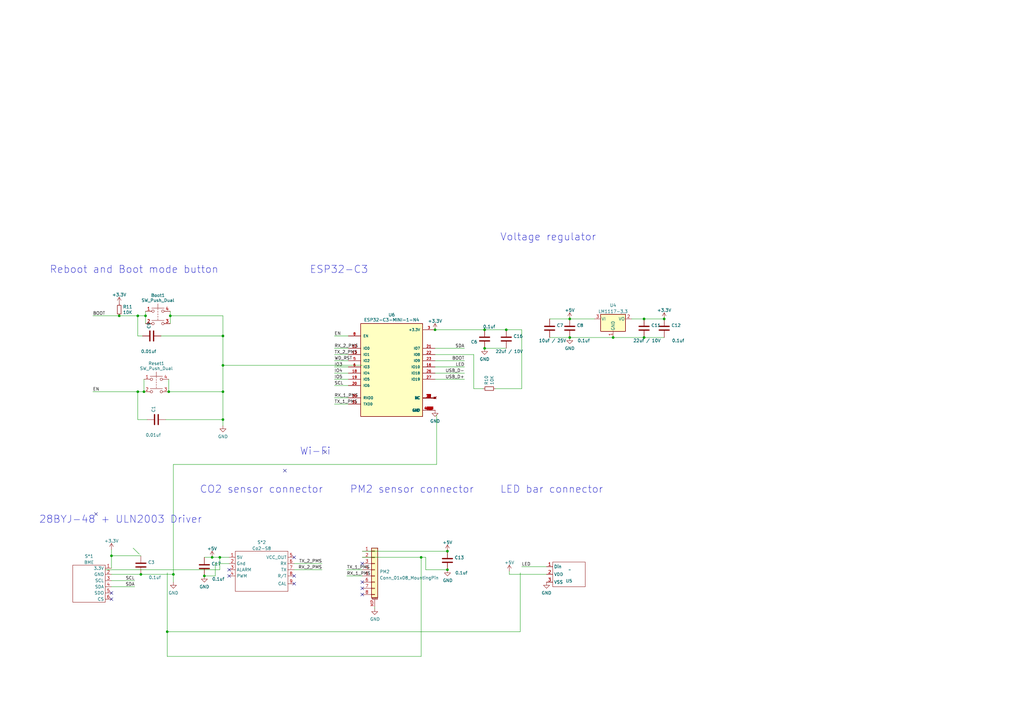
<source format=kicad_sch>
(kicad_sch (version 20231120) (generator "eeschema") (generator_version "8.0")
  (paper "A3")
  (title_block (rev "2"))
  (lib_symbols
    (symbol "+3.3V_1" (power) (pin_names (offset 0))
      (property "Value" "+3.3V_1" (at 0 3.556 0))
      (symbol "+3.3V_1_0_1"
        (polyline (pts (xy -0.762 1.27) (xy 0 2.54)))
        (polyline (pts (xy 0 0) (xy 0 2.54)))
        (polyline (pts (xy 0 2.54) (xy 0.762 1.27)))
      )
      (symbol "+3.3V_1_1_1"
        (pin power_in line (at 0 0 90) (length 0) hide (name "+3.3V") (number "1"))
      )
    )
    (symbol "AG-PRO_Library:11DotLedBar"
      (property "Reference" "U" (at 0 0 0))
      (symbol "11DotLedBar_0_1"
        (rectangle (start -6.985 3.175) (end 6.35 -6.985))
      )
      (symbol "11DotLedBar_1_1"
        (pin input line (at -9.525 1.27 0) (length 2.54) (name "Din") (number "1"))
        (pin input line (at -9.525 -1.905 0) (length 2.54) (name "VDD") (number "2"))
        (pin input line (at -9.525 -5.08 0) (length 2.54) (name "VSS") (number "3"))
      )
    )
    (symbol "AG-PRO_Library:BME"
      (property "Reference" "S*" (at -0.635 10.16 0))
      (property "Value" "BME" (at -3.81 0 0))
      (symbol "BME_0_1"
        (rectangle (start -6.985 6.985) (end 6.35 -8.255) (stroke (width 0.1524)))
      )
      (symbol "BME_1_1"
        (pin input line (at 8.89 5.715 180) (length 2.54) (name "3.3V") (number "1"))
        (pin input line (at 8.89 3.175 180) (length 2.54) (name "GND") (number "2"))
        (pin input line (at 8.89 0.635 180) (length 2.54) (name "SCL") (number "3"))
        (pin input line (at 8.89 -1.905 180) (length 2.54) (name "SDA") (number "4"))
        (pin input line (at 8.89 -4.445 180) (length 2.54) (name "SDO") (number "5"))
        (pin input line (at 8.89 -6.985 180) (length 2.54) (name "CS") (number "6"))
      )
    )
    (symbol "AG-PRO_Library:Co2-S8"
      (property "Reference" "S*" (at 0.635 8.255 0))
      (property "Value" "Co2-S8" (at 0 -6.985 0))
      (symbol "Co2-S8_0_1"
        (rectangle (start -10.16 6.35) (end 11.43 -10.16) (stroke (width 0.1524)))
      )
      (symbol "Co2-S8_1_1"
        (pin input line (at -12.7 3.81 0) (length 2.54) (name "5V") (number "1"))
        (pin input line (at -12.7 1.27 0) (length 2.54) (name "Gnd") (number "2"))
        (pin input line (at -12.7 -1.27 0) (length 2.54) (name "ALARM") (number "3"))
        (pin input line (at -12.7 -3.81 0) (length 2.54) (name "PWM") (number "4"))
        (pin input line (at 13.97 3.81 180) (length 2.54) (name "VCC_OUT") (number "5"))
        (pin input line (at 13.97 1.27 180) (length 2.54) (name "RX") (number "6"))
        (pin input line (at 13.97 -1.27 180) (length 2.54) (name "TX") (number "7"))
        (pin input line (at 13.97 -3.81 180) (length 2.54) (name "R/T") (number "8"))
        (pin input line (at 13.97 -6.985 180) (length 2.54) (name "CAL") (number "9"))
      )
    )
    (symbol "AG-PRO_Library:ESP32-C3-MINI-1-N4" (pin_names (offset 1.016))
      (property "Reference" "U" (at -12.7 18.796 0))
      (property "Value" "ESP32-C3-MINI-1-N4" (at -12.7 -22.86 0))
      (symbol "ESP32-C3-MINI-1-N4_0_0"
        (rectangle (start -12.7 -20.32) (end 12.7 17.78) (stroke (width 0.254)) (fill (type background)))
        (pin power_in line (at 17.78 -17.78 180) (length 5.08) (name "GND") (number "1"))
        (pin no_connect line (at 17.78 -12.7 180) (length 5.08) (name "NC") (number "10"))
        (pin power_in line (at 17.78 -17.78 180) (length 5.08) (name "GND") (number "11"))
        (pin bidirectional line (at -17.78 7.62 0) (length 5.08) (name "IO0") (number "12"))
        (pin bidirectional line (at -17.78 5.08 0) (length 5.08) (name "IO1") (number "13"))
        (pin power_in line (at 17.78 -17.78 180) (length 5.08) (name "GND") (number "14"))
        (pin no_connect line (at 17.78 -12.7 180) (length 5.08) (name "NC") (number "15"))
        (pin bidirectional line (at 17.78 0 180) (length 5.08) (name "IO10") (number "16"))
        (pin no_connect line (at 17.78 -12.7 180) (length 5.08) (name "NC") (number "17"))
        (pin bidirectional line (at -17.78 -2.54 0) (length 5.08) (name "IO4") (number "18"))
        (pin bidirectional line (at -17.78 -5.08 0) (length 5.08) (name "IO5") (number "19"))
        (pin power_in line (at 17.78 -17.78 180) (length 5.08) (name "GND") (number "2"))
        (pin bidirectional line (at -17.78 -7.62 0) (length 5.08) (name "IO6") (number "20"))
        (pin bidirectional line (at 17.78 7.62 180) (length 5.08) (name "IO7") (number "21"))
        (pin bidirectional line (at 17.78 5.08 180) (length 5.08) (name "IO8") (number "22"))
        (pin bidirectional line (at 17.78 2.54 180) (length 5.08) (name "IO9") (number "23"))
        (pin no_connect line (at 17.78 -12.7 180) (length 5.08) (name "NC") (number "24"))
        (pin no_connect line (at 17.78 -12.7 180) (length 5.08) (name "NC") (number "25"))
        (pin bidirectional line (at 17.78 -2.54 180) (length 5.08) (name "IO18") (number "26"))
        (pin bidirectional line (at 17.78 -5.08 180) (length 5.08) (name "IO19") (number "27"))
        (pin no_connect line (at 17.78 -12.7 180) (length 5.08) (name "NC") (number "28"))
        (pin no_connect line (at 17.78 -12.7 180) (length 5.08) (name "NC") (number "29"))
        (pin power_in line (at 17.78 15.24 180) (length 5.08) (name "+3.3V") (number "3"))
        (pin bidirectional line (at -17.78 -12.7 0) (length 5.08) (name "RXD0") (number "30"))
        (pin bidirectional line (at -17.78 -15.24 0) (length 5.08) (name "TXD0") (number "31"))
        (pin no_connect line (at 17.78 -12.7 180) (length 5.08) (name "NC") (number "32"))
        (pin no_connect line (at 17.78 -12.7 180) (length 5.08) (name "NC") (number "33"))
        (pin no_connect line (at 17.78 -12.7 180) (length 5.08) (name "NC") (number "34"))
        (pin no_connect line (at 17.78 -12.7 180) (length 5.08) (name "NC") (number "35"))
        (pin power_in line (at 17.78 -17.78 180) (length 5.08) (name "GND") (number "36"))
        (pin power_in line (at 17.78 -17.78 180) (length 5.08) (name "GND") (number "37"))
        (pin power_in line (at 17.78 -17.78 180) (length 5.08) (name "GND") (number "38"))
        (pin power_in line (at 17.78 -17.78 180) (length 5.08) (name "GND") (number "39"))
        (pin no_connect line (at 17.78 -12.7 180) (length 5.08) (name "NC") (number "4"))
        (pin power_in line (at 17.78 -17.78 180) (length 5.08) (name "GND") (number "40"))
        (pin power_in line (at 17.78 -17.78 180) (length 5.08) (name "GND") (number "41"))
        (pin power_in line (at 17.78 -17.78 180) (length 5.08) (name "GND") (number "42"))
        (pin power_in line (at 17.78 -17.78 180) (length 5.08) (name "GND") (number "43"))
        (pin power_in line (at 17.78 -17.78 180) (length 5.08) (name "GND") (number "44"))
        (pin power_in line (at 17.78 -17.78 180) (length 5.08) (name "GND") (number "45"))
        (pin power_in line (at 17.78 -17.78 180) (length 5.08) (name "GND") (number "46"))
        (pin power_in line (at 17.78 -17.78 180) (length 5.08) (name "GND") (number "47"))
        (pin power_in line (at 17.78 -17.78 180) (length 5.08) (name "GND") (number "48"))
        (pin power_in line (at 17.78 -17.78 180) (length 5.08) (name "GND") (number "49_1"))
        (pin power_in line (at 17.78 -17.78 180) (length 5.08) (name "GND") (number "49_2"))
        (pin power_in line (at 17.78 -17.78 180) (length 5.08) (name "GND") (number "49_3"))
        (pin power_in line (at 17.78 -17.78 180) (length 5.08) (name "GND") (number "49_4"))
        (pin power_in line (at 17.78 -17.78 180) (length 5.08) (name "GND") (number "49_5"))
        (pin power_in line (at 17.78 -17.78 180) (length 5.08) (name "GND") (number "49_6"))
        (pin power_in line (at 17.78 -17.78 180) (length 5.08) (name "GND") (number "49_7"))
        (pin power_in line (at 17.78 -17.78 180) (length 5.08) (name "GND") (number "49_8"))
        (pin power_in line (at 17.78 -17.78 180) (length 5.08) (name "GND") (number "49_9"))
        (pin bidirectional line (at -17.78 2.54 0) (length 5.08) (name "IO2") (number "5"))
        (pin power_in line (at 17.78 -17.78 180) (length 5.08) (name "GND") (number "50"))
        (pin power_in line (at 17.78 -17.78 180) (length 5.08) (name "GND") (number "51"))
        (pin power_in line (at 17.78 -17.78 180) (length 5.08) (name "GND") (number "52"))
        (pin power_in line (at 17.78 -17.78 180) (length 5.08) (name "GND") (number "53"))
        (pin bidirectional line (at -17.78 0 0) (length 5.08) (name "IO3") (number "6"))
        (pin no_connect line (at 17.78 -12.7 180) (length 5.08) (name "NC") (number "7"))
        (pin input line (at -17.78 12.7 0) (length 5.08) (name "EN") (number "8"))
        (pin no_connect line (at 17.78 -12.7 180) (length 5.08) (name "NC") (number "9"))
      )
    )
    (symbol "AG-PRO_Library:PTS525SM15SMTR2LFS" (pin_names (offset 1.016) hide)
      (property "Reference" "Reset1" (at 0 6.35 0))
      (property "Value" "SW_Push_Dual" (at 0 4.453 0))
      (symbol "PTS525SM15SMTR2LFS_0_1"
        (circle (center -2.032 -5.08) (radius 0.508))
        (circle (center -2.032 0) (radius 0.508))
        (polyline (pts (xy 0 -3.048) (xy 0 -3.556)))
        (polyline (pts (xy 0 -2.032) (xy 0 -2.54)))
        (polyline (pts (xy 0 -1.524) (xy 0 -1.016)))
        (polyline (pts (xy 0 -0.508) (xy 0 0)))
        (polyline (pts (xy 0 0.508) (xy 0 1.016)))
        (polyline (pts (xy 0 1.27) (xy 0 3.048)))
        (polyline (pts (xy 2.54 -3.81) (xy -2.54 -3.81)))
        (polyline (pts (xy 2.54 1.27) (xy -2.54 1.27)))
        (circle (center 2.032 -5.08) (radius 0.508))
        (circle (center 2.032 0) (radius 0.508))
        (pin passive line (at -5.08 0 0) (length 2.54) (name "1") (number "1"))
      )
      (symbol "PTS525SM15SMTR2LFS_1_1"
        (pin passive line (at -5.08 -5.08 0) (length 2.54) (name "2") (number "2"))
        (pin passive line (at 5.08 -5.08 180) (length 2.54) (name "3") (number "3"))
        (pin passive line (at 5.08 0 180) (length 2.54) (name "4") (number "4"))
      )
    )
    (symbol "Connector_Generic_MountingPin:Conn_01x08_MountingPin" (pin_names (offset 1.016) hide)
      (property "Reference" "J" (at 0 10.16 0))
      (property "Value" "Conn_01x08_MountingPin" (at 1.27 -12.7 0))
      (symbol "Conn_01x08_MountingPin_1_1"
        (rectangle (start -1.27 -10.033) (end 0 -10.287) (stroke (width 0.1524)))
        (rectangle (start -1.27 -7.493) (end 0 -7.747) (stroke (width 0.1524)))
        (rectangle (start -1.27 -4.953) (end 0 -5.207) (stroke (width 0.1524)))
        (rectangle (start -1.27 -2.413) (end 0 -2.667) (stroke (width 0.1524)))
        (rectangle (start -1.27 0.127) (end 0 -0.127) (stroke (width 0.1524)))
        (rectangle (start -1.27 2.667) (end 0 2.413) (stroke (width 0.1524)))
        (rectangle (start -1.27 5.207) (end 0 4.953) (stroke (width 0.1524)))
        (rectangle (start -1.27 7.747) (end 0 7.493) (stroke (width 0.1524)))
        (rectangle (start -1.27 8.89) (end 1.27 -11.43) (stroke (width 0.254)) (fill (type background)))
        (polyline (pts (xy -1.016 -12.192) (xy 1.016 -12.192)) (stroke (width 0.1524)))
        (text "Mounting" (at 0 -11.811 0) (effects (font (size 0.381 0.381))))
        (pin passive line (at -5.08 7.62 0) (length 3.81) (name "Pin_1") (number "1"))
        (pin passive line (at -5.08 5.08 0) (length 3.81) (name "Pin_2") (number "2"))
        (pin passive line (at -5.08 2.54 0) (length 3.81) (name "Pin_3") (number "3"))
        (pin passive line (at -5.08 0 0) (length 3.81) (name "Pin_4") (number "4"))
        (pin passive line (at -5.08 -2.54 0) (length 3.81) (name "Pin_5") (number "5"))
        (pin passive line (at -5.08 -5.08 0) (length 3.81) (name "Pin_6") (number "6"))
        (pin passive line (at -5.08 -7.62 0) (length 3.81) (name "Pin_7") (number "7"))
        (pin passive line (at -5.08 -10.16 0) (length 3.81) (name "Pin_8") (number "8"))
        (pin passive line (at 0 -15.24 90) (length 3.048) (name "MountPin") (number "MP"))
      )
    )
    (symbol "Device:C" (pin_numbers hide) (pin_names (offset 0.254))
      (property "Reference" "C" (at 0.635 2.54 0))
      (property "Value" "C" (at 0.635 -2.54 0))
      (symbol "C_0_1"
        (polyline (pts (xy -2.032 -0.762) (xy 2.032 -0.762)) (stroke (width 0.508)))
        (polyline (pts (xy -2.032 0.762) (xy 2.032 0.762)) (stroke (width 0.508)))
      )
      (symbol "C_1_1"
        (pin passive line (at 0 3.81 270) (length 2.794) (name "~") (number "1"))
        (pin passive line (at 0 -3.81 90) (length 2.794) (name "~") (number "2"))
      )
    )
    (symbol "Device:R_Small" (pin_numbers hide) (pin_names (offset 0.254) hide)
      (property "Reference" "R" (at 0.762 0.508 0))
      (property "Value" "R_Small" (at 0.762 -1.016 0))
      (symbol "R_Small_0_1"
        (rectangle (start -0.762 1.778) (end 0.762 -1.778) (stroke (width 0.2032)))
      )
      (symbol "R_Small_1_1"
        (pin passive line (at 0 2.54 270) (length 0.762) (name "~") (number "1"))
        (pin passive line (at 0 -2.54 90) (length 0.762) (name "~") (number "2"))
      )
    )
    (symbol "Regulator_Linear:AMS1117-3.3" (pin_names (offset 0.254))
      (property "Reference" "U" (at -3.81 3.175 0))
      (property "Value" "AMS1117-3.3" (at 0 3.175 0))
      (symbol "AMS1117-3.3_0_1"
        (rectangle (start -5.08 -5.08) (end 5.08 1.905) (stroke (width 0.254)) (fill (type background)))
      )
      (symbol "AMS1117-3.3_1_1"
        (pin power_in line (at 0 -7.62 90) (length 2.54) (name "GND") (number "1"))
        (pin power_out line (at 7.62 0 180) (length 2.54) (name "VO") (number "2"))
        (pin power_in line (at -7.62 0 0) (length 2.54) (name "VI") (number "3"))
      )
    )
    (symbol "power:+5V" (power) (pin_names (offset 0))
      (property "Value" "+5V" (at 0 3.556 0))
      (symbol "+5V_0_1"
        (polyline (pts (xy -0.762 1.27) (xy 0 2.54)))
        (polyline (pts (xy 0 0) (xy 0 2.54)))
        (polyline (pts (xy 0 2.54) (xy 0.762 1.27)))
      )
      (symbol "+5V_1_1"
        (pin power_in line (at 0 0 90) (length 0) hide (name "+5V") (number "1"))
      )
    )
    (symbol "power:GND" (power) (pin_names (offset 0))
      (property "Value" "GND" (at 0 -3.81 0))
      (symbol "GND_0_1"
        (polyline (pts (xy 0 0) (xy 0 -1.27) (xy 1.27 -1.27) (xy 0 -2.54) (xy -1.27 -1.27) (xy 0 -1.27)))
      )
      (symbol "GND_1_1"
        (pin power_in line (at 0 0 270) (length 0) hide (name "GND") (number "1"))
      )
    )
  )
  (junction (at 172.72 228.6))
  (junction (at 251.46 138.43))
  (junction (at 91.44 149.86))
  (junction (at 183.515 226.06))
  (junction (at 69.85 129.54))
  (junction (at 59.055 160.655))
  (junction (at 83.82 236.22))
  (junction (at 233.68 130.81))
  (junction (at 86.995 228.6))
  (junction (at 198.755 142.875))
  (junction (at 69.215 160.655))
  (junction (at 272.415 130.81))
  (junction (at 45.72 227.965))
  (junction (at 264.16 130.81))
  (junction (at 57.785 235.585))
  (junction (at 264.16 138.43))
  (junction (at 68.58 259.08))
  (junction (at 178.435 135.255))
  (junction (at 71.12 235.585))
  (junction (at 91.44 172.085))
  (junction (at 59.69 129.54))
  (junction (at 183.515 233.68))
  (junction (at 56.515 129.54))
  (junction (at 91.44 160.655))
  (junction (at 56.515 160.655))
  (junction (at 198.755 135.255))
  (junction (at 207.645 135.255))
  (junction (at 90.17 228.6))
  (junction (at 233.68 138.43))
  (junction (at 48.895 129.54))
  (junction (at 91.44 137.795))
  (no_connect (at 148.59 231.14))
  (no_connect (at 39.37 210.82))
  (no_connect (at 148.59 241.3))
  (no_connect (at 120.65 239.395))
  (no_connect (at 120.65 228.6))
  (no_connect (at 148.59 238.76))
  (no_connect (at 133.35 185.42))
  (no_connect (at 93.98 233.68))
  (no_connect (at 93.98 236.22))
  (no_connect (at 116.84 193.04))
  (no_connect (at 148.59 243.84))
  (no_connect (at 45.72 245.745))
  (no_connect (at 45.72 243.205))
  (no_connect (at 120.65 236.22))
  (bus_entry (at 54.61 224.79) (size 2.54 2.54))
  (wire (pts (xy 198.755 142.875) (xy 207.645 142.875)))
  (wire (pts (xy 213.995 232.41) (xy 224.155 232.41)))
  (wire (pts (xy 153.67 249.555) (xy 153.67 248.92)))
  (wire (pts (xy 251.46 138.43) (xy 264.16 138.43)))
  (wire (pts (xy 148.59 228.6) (xy 172.72 228.6)))
  (wire (pts (xy 57.785 235.585) (xy 71.12 235.585)))
  (wire (pts (xy 137.16 155.575) (xy 142.875 155.575)))
  (wire (pts (xy 194.31 145.415) (xy 194.31 159.385)))
  (wire (pts (xy 213.36 259.08) (xy 68.58 259.08)))
  (wire (pts (xy 120.65 231.14) (xy 132.08 231.14)))
  (wire (pts (xy 213.36 234.95) (xy 213.36 259.08)))
  (wire (pts (xy 90.17 233.68) (xy 90.17 228.6)))
  (wire (pts (xy 172.72 228.6) (xy 174.625 228.6)))
  (wire (pts (xy 71.12 235.585) (xy 71.12 238.76)))
  (wire (pts (xy 137.16 145.415) (xy 142.875 145.415)))
  (wire (pts (xy 178.435 150.495) (xy 190.5 150.495)))
  (wire (pts (xy 69.85 127.635) (xy 69.85 129.54)))
  (wire (pts (xy 142.24 236.22) (xy 148.59 236.22)))
  (wire (pts (xy 208.915 235.585) (xy 224.155 235.585)))
  (wire (pts (xy 59.055 155.575) (xy 59.055 160.655)))
  (wire (pts (xy 174.625 233.68) (xy 183.515 233.68)))
  (wire (pts (xy 137.16 153.035) (xy 142.875 153.035)))
  (wire (pts (xy 56.515 129.54) (xy 59.69 129.54)))
  (wire (pts (xy 194.31 159.385) (xy 198.12 159.385)))
  (wire (pts (xy 178.435 153.035) (xy 190.5 153.035)))
  (wire (pts (xy 56.515 172.085) (xy 60.325 172.085)))
  (wire (pts (xy 56.515 137.795) (xy 56.515 129.54)))
  (wire (pts (xy 38.1 160.655) (xy 56.515 160.655)))
  (wire (pts (xy 56.515 160.655) (xy 56.515 172.085)))
  (wire (pts (xy 91.44 149.86) (xy 91.44 160.655)))
  (wire (pts (xy 137.16 165.735) (xy 142.875 165.735)))
  (wire (pts (xy 148.59 226.06) (xy 183.515 226.06)))
  (wire (pts (xy 86.995 228.6) (xy 90.17 228.6)))
  (wire (pts (xy 120.65 233.68) (xy 132.08 233.68)))
  (wire (pts (xy 179.07 190.5) (xy 71.12 190.5)))
  (wire (pts (xy 90.17 228.6) (xy 93.98 228.6)))
  (wire (pts (xy 178.435 155.575) (xy 190.5 155.575)))
  (wire (pts (xy 137.16 150.495) (xy 142.875 150.495)))
  (wire (pts (xy 174.625 228.6) (xy 174.625 233.68)))
  (wire (pts (xy 91.44 174.625) (xy 91.44 172.085)))
  (wire (pts (xy 67.945 172.085) (xy 91.44 172.085)))
  (wire (pts (xy 43.18 233.68) (xy 90.17 233.68)))
  (wire (pts (xy 68.58 259.08) (xy 68.58 269.24)))
  (wire (pts (xy 45.72 227.965) (xy 45.72 233.045)))
  (wire (pts (xy 208.915 235.585) (xy 208.915 234.315)))
  (wire (pts (xy 66.04 137.795) (xy 91.44 137.795)))
  (wire (pts (xy 83.82 236.22) (xy 88.265 236.22)))
  (wire (pts (xy 213.995 159.385) (xy 213.995 135.255)))
  (wire (pts (xy 68.58 269.24) (xy 172.72 269.24)))
  (wire (pts (xy 178.435 142.875) (xy 190.5 142.875)))
  (wire (pts (xy 45.72 225.425) (xy 45.72 227.965)))
  (wire (pts (xy 137.16 147.955) (xy 142.875 147.955)))
  (wire (pts (xy 45.72 235.585) (xy 57.785 235.585)))
  (wire (pts (xy 264.16 130.81) (xy 272.415 130.81)))
  (wire (pts (xy 88.265 231.14) (xy 88.265 236.22)))
  (wire (pts (xy 137.16 137.795) (xy 142.875 137.795)))
  (wire (pts (xy 178.435 147.955) (xy 190.5 147.955)))
  (wire (pts (xy 88.265 231.14) (xy 93.98 231.14)))
  (wire (pts (xy 172.72 228.6) (xy 172.72 269.24)))
  (wire (pts (xy 69.85 129.54) (xy 69.85 132.715)))
  (wire (pts (xy 148.59 149.86) (xy 91.44 149.86)))
  (wire (pts (xy 137.16 158.115) (xy 142.875 158.115)))
  (wire (pts (xy 178.435 145.415) (xy 194.31 145.415)))
  (wire (pts (xy 59.055 160.655) (xy 56.515 160.655)))
  (wire (pts (xy 213.995 135.255) (xy 207.645 135.255)))
  (wire (pts (xy 91.44 160.655) (xy 91.44 172.085)))
  (wire (pts (xy 207.645 135.255) (xy 198.755 135.255)))
  (wire (pts (xy 69.85 129.54) (xy 91.44 129.54)))
  (wire (pts (xy 259.08 130.81) (xy 264.16 130.81)))
  (wire (pts (xy 233.68 138.43) (xy 251.46 138.43)))
  (wire (pts (xy 45.72 240.665) (xy 55.245 240.665)))
  (wire (pts (xy 91.44 137.795) (xy 91.44 149.86)))
  (wire (pts (xy 59.69 129.54) (xy 59.69 127.635)))
  (wire (pts (xy 137.16 142.875) (xy 142.875 142.875)))
  (wire (pts (xy 71.12 190.5) (xy 71.12 235.585)))
  (wire (pts (xy 233.68 130.81) (xy 243.84 130.81)))
  (wire (pts (xy 68.58 234.95) (xy 68.58 259.08)))
  (wire (pts (xy 91.44 129.54) (xy 91.44 137.795)))
  (wire (pts (xy 58.42 137.795) (xy 56.515 137.795)))
  (wire (pts (xy 225.425 138.43) (xy 233.68 138.43)))
  (wire (pts (xy 264.16 138.43) (xy 272.415 138.43)))
  (wire (pts (xy 225.425 130.81) (xy 233.68 130.81)))
  (wire (pts (xy 178.435 135.255) (xy 198.755 135.255)))
  (wire (pts (xy 137.16 163.195) (xy 142.875 163.195)))
  (wire (pts (xy 45.72 238.125) (xy 55.245 238.125)))
  (wire (pts (xy 203.2 159.385) (xy 213.995 159.385)))
  (wire (pts (xy 38.1 129.54) (xy 48.895 129.54)))
  (wire (pts (xy 45.72 227.965) (xy 57.785 227.965)))
  (wire (pts (xy 179.07 170.18) (xy 179.07 190.5)))
  (wire (pts (xy 142.24 233.68) (xy 148.59 233.68)))
  (wire (pts (xy 48.895 129.54) (xy 56.515 129.54)))
  (wire (pts (xy 69.215 160.655) (xy 91.44 160.655)))
  (wire (pts (xy 69.215 155.575) (xy 69.215 160.655)))
  (wire (pts (xy 59.69 129.54) (xy 59.69 132.715)))
  (wire (pts (xy 83.82 228.6) (xy 86.995 228.6)))
  (text "CO2 sensor connector" (at 81.915 202.565 0) (effects (font (size 3 3)) (justify left bottom)))
  (text "ESP32-C3" (at 127 112.395 0) (effects (font (size 3 3)) (justify left bottom)))
  (text "Reboot and Boot mode button" (at 20.32 112.395 0) (effects (font (size 3 3)) (justify left bottom)))
  (text "Wi-Fi" (at 122.936 186.944 0) (effects (font (size 3 3)) (justify left bottom)))
  (text "LED bar connector" (at 205.105 202.565 0) (effects (font (size 3 3)) (justify left bottom)))
  (text "28BYJ-48 + ULN2003 Driver\n" (at 16.002 214.884 0) (effects (font (size 3 3)) (justify left bottom)))
  (text "Voltage regulator" (at 205.105 99.06 0) (effects (font (size 3 3)) (justify left bottom)))
  (text "PM2 sensor connector" (at 143.51 202.565 0) (effects (font (size 3 3)) (justify left bottom)))
  (label "LED" (at 190.5 150.495 180))
  (label "EN" (at 38.1 160.655 0))
  (label "TX_2_PMS" (at 132.08 231.14 180))
  (label "LED" (at 213.995 232.41 0))
  (label "RX_1_PMS" (at 137.16 163.195 0))
  (label "BOOT" (at 190.5 147.955 180))
  (label "TX_1_PMS" (at 142.24 233.68 0))
  (label "IO5" (at 137.16 155.575 0))
  (label "SCL" (at 55.245 238.125 180))
  (label "IO3" (at 137.16 150.495 0))
  (label "USB_D+" (at 190.5 155.575 180))
  (label "BOOT" (at 38.1 129.54 0))
  (label "USB_D-" (at 190.5 153.035 180))
  (label "SDA" (at 55.245 240.665 180))
  (label "TX_1_PMS" (at 137.16 165.735 0))
  (label "IO4" (at 137.16 153.035 0))
  (label "RX_2_PMS" (at 132.08 233.68 180))
  (label "RX_2_PMS" (at 137.16 142.875 0))
  (label "WD_RST" (at 137.16 147.955 0))
  (label "TX_2_PMS" (at 137.16 145.415 0))
  (label "EN" (at 137.16 137.795 0))
  (label "SDA" (at 190.5 142.875 180))
  (label "SCL" (at 137.16 158.115 0))
  (label "RX_1_PMS" (at 142.24 236.22 0))
  (symbol (lib_id "AG-PRO_Library:BME") (at 36.83 238.76 0) (unit 1)
    (property "Reference" "S*1" (at 36.5125 228.126 0))
    (property "Value" "BME" (at 36.5125 230.6629 0))
    (property "Footprint" "Connector_PinSocket_2.54mm:PinSocket_1x06_P2.54mm_Vertical" (effects (hide yes)))
  )
  (symbol (lib_id "power:+5V") (at 183.515 226.06 0) (unit 1)
    (property "Reference" "#PWR027" (effects (hide yes)))
    (property "Value" "+5V" (at 183.515 222.4842 0))
  )
  (symbol (lib_id "power:GND") (at 153.67 249.555 0) (unit 1)
    (property "Reference" "#PWR023" (effects (hide yes)))
    (property "Value" "GND" (at 153.797 253.9492 0))
  )
  (symbol (lib_name "+3.3V_1") (lib_id "power:+3.3V") (at 178.435 135.255 0) (unit 1)
    (property "Reference" "#PWR015" (effects (hide yes)))
    (property "Value" "+3.3V" (at 178.435 131.6792 0))
  )
  (symbol (lib_id "Connector_Generic_MountingPin:Conn_01x08_MountingPin") (at 153.67 233.68 0) (unit 1)
    (property "Reference" "PM2" (at 155.702 234.4709 0) (effects (justify left)))
    (property "Value" "Conn_01x08_MountingPin" (at 155.702 237.0078 0) (effects (justify left)))
    (property "Footprint" "Connector_Molex:Molex_PicoBlade_53261-0871_1x08-1MP_P1.25mm_Horizontal" (effects (hide yes)))
  )
  (symbol (lib_id "Device:C") (at 64.135 172.085 90) (unit 1)
    (property "Reference" "C1" (at 62.9666 169.164 0) (effects (justify left)))
    (property "Value" "0.01uf" (at 66.04 178.435 90) (effects (justify left)))
    (property "Footprint" "Capacitor_SMD:C_0603_1608Metric" (effects (hide yes)))
  )
  (symbol (lib_id "power:GND") (at 91.44 174.625 0) (unit 1)
    (property "Reference" "#PWR025" (effects (hide yes)))
    (property "Value" "GND" (at 91.44 179.0684 0))
  )
  (symbol (lib_id "Device:R_Small") (at 48.895 127 0) (unit 1)
    (property "Reference" "R11" (at 50.3936 125.8316 0) (effects (justify left)))
    (property "Value" "10K" (at 50.3936 128.143 0) (effects (justify left)))
    (property "Footprint" "Resistor_SMD:R_0603_1608Metric" (effects (hide yes)))
  )
  (symbol (lib_id "power:GND") (at 198.755 142.875 0) (unit 1)
    (property "Reference" "#PWR017" (effects (hide yes)))
    (property "Value" "GND" (at 198.755 147.3184 0))
  )
  (symbol (lib_id "power:GND") (at 71.12 238.76 0) (unit 1)
    (property "Reference" "#PWR07" (effects (hide yes)))
    (property "Value" "GND" (at 71.12 243.2034 0))
  )
  (symbol (lib_id "Device:R_Small") (at 200.66 159.385 90) (unit 1)
    (property "Reference" "R10" (at 199.4916 157.8864 0) (effects (justify left)))
    (property "Value" "10K" (at 201.803 157.8864 0) (effects (justify left)))
    (property "Footprint" "Resistor_SMD:R_0603_1608Metric" (effects (hide yes)))
  )
  (symbol (lib_id "Device:C") (at 57.785 231.775 0) (unit 1)
    (property "Reference" "C3" (at 60.706 230.6066 0) (effects (justify left)))
    (property "Value" "0.1uf" (at 60.96 236.855 0) (effects (justify left)))
    (property "Footprint" "Capacitor_SMD:C_0603_1608Metric" (effects (hide yes)))
  )
  (symbol (lib_id "power:+5V") (at 208.915 234.315 0) (unit 1)
    (property "Reference" "#PWR01" (effects (hide yes)))
    (property "Value" "+5V" (at 208.915 230.7392 0))
  )
  (symbol (lib_id "power:+5V") (at 86.995 228.6 0) (unit 1)
    (property "Reference" "#PWR0121" (effects (hide yes)))
    (property "Value" "+5V" (at 86.995 225.0242 0))
  )
  (symbol (lib_id "AG-PRO_Library:PTS525SM15SMTR2LFS") (at 64.135 155.575 0) (unit 1)
    (property "Reference" "Reset1" (at 64.135 149.074 0))
    (property "Value" "SW_Push_Dual" (at 64.135 151.122 0))
    (property "Footprint" "AG-PRO-Library:PTS525SM08SMTR2LFS" (effects (hide yes)))
  )
  (symbol (lib_id "power:+5V") (at 233.68 130.81 0) (unit 1)
    (property "Reference" "#PWR020" (effects (hide yes)))
    (property "Value" "+5V" (at 233.68 127.2342 0))
  )
  (symbol (lib_id "Device:C") (at 83.82 232.41 0) (unit 1)
    (property "Reference" "C17" (at 86.741 231.2416 0) (effects (justify left)))
    (property "Value" "0.1uf" (at 86.995 237.49 0) (effects (justify left)))
    (property "Footprint" "Capacitor_SMD:C_0603_1608Metric" (effects (hide yes)))
  )
  (symbol (lib_name "+3.3V_1") (lib_id "power:+3.3V") (at 45.72 225.425 0) (unit 1)
    (property "Reference" "#PWR06" (effects (hide yes)))
    (property "Value" "+3.3V" (at 45.72 221.8492 0))
  )
  (symbol (lib_id "AG-PRO_Library:ESP32-C3-MINI-1-N4") (at 160.655 150.495 0) (unit 1)
    (property "Reference" "U6" (at 160.655 129.135 0))
    (property "Value" "ESP32-C3-MINI-1-N4" (at 160.655 131.183 0))
    (property "Footprint" "XCVR_ESP32-C3-MINI-1-N4" (effects (hide yes)))
    (property "MANUFACTURER" "Espressif Systems" (effects (hide yes)))
    (property "PARTREV" "v1.0" (effects (hide yes)))
    (property "STANDARD" "Manufacturer Recommendations" (effects (hide yes)))
    (property "MAXIMUM_PACKAGE_HEIGHT" "2.55mm" (effects (hide yes)))
  )
  (symbol (lib_id "Device:C") (at 225.425 134.62 0) (unit 1)
    (property "Reference" "C7" (at 228.346 133.4516 0) (effects (justify left)))
    (property "Value" "10uf / 25V" (at 220.98 139.7 0) (effects (justify left)))
    (property "Footprint" "Capacitor_SMD:C_0603_1608Metric" (effects (hide yes)))
  )
  (symbol (lib_id "AG-PRO_Library:Co2-S8") (at 106.68 232.41 0) (unit 1)
    (property "Reference" "S*2" (at 107.315 222.411 0))
    (property "Value" "Co2-S8" (at 107.315 224.9479 0))
    (property "Footprint" "AG-PRO-Library:Co2-S8" (effects (hide yes)))
  )
  (symbol (lib_id "Device:C") (at 183.515 229.87 0) (unit 1)
    (property "Reference" "C13" (at 186.436 228.7016 0) (effects (justify left)))
    (property "Value" "0.1uf" (at 186.69 234.95 0) (effects (justify left)))
    (property "Footprint" "Capacitor_SMD:C_0603_1608Metric" (effects (hide yes)))
  )
  (symbol (lib_name "+3.3V_1") (lib_id "power:+3.3V") (at 272.415 130.81 0) (unit 1)
    (property "Reference" "#PWR026" (effects (hide yes)))
    (property "Value" "+3.3V" (at 272.415 127.2342 0))
  )
  (symbol (lib_id "Regulator_Linear:AMS1117-3.3") (at 251.46 130.81 0) (unit 1)
    (property "Reference" "U4" (at 251.46 125.2052 0))
    (property "Value" "LM1117-3.3" (at 251.46 127.7421 0))
    (property "Footprint" "Package_TO_SOT_SMD:SOT-223-3_TabPin2" (effects (hide yes)))
    (property "Datasheet" "http://www.advanced-monolithic.com/pdf/ds1117.pdf" (effects (hide yes)))
  )
  (symbol (lib_id "power:GND") (at 178.435 168.275 0) (unit 1)
    (property "Reference" "#PWR016" (effects (hide yes)))
    (property "Value" "GND" (at 178.435 172.7184 0))
  )
  (symbol (lib_id "AG-PRO_Library:PTS525SM15SMTR2LFS") (at 64.77 127.635 0) (unit 1)
    (property "Reference" "Boot1" (at 64.77 121.134 0))
    (property "Value" "SW_Push_Dual" (at 64.77 123.182 0))
    (property "Footprint" "AG-PRO-Library:PTS525SM08SMTR2LFS" (effects (hide yes)))
  )
  (symbol (lib_id "Device:C") (at 233.68 134.62 0) (unit 1)
    (property "Reference" "C8" (at 236.601 133.4516 0) (effects (justify left)))
    (property "Value" "0.1uf" (at 236.855 139.7 0) (effects (justify left)))
    (property "Footprint" "Capacitor_SMD:C_0603_1608Metric" (effects (hide yes)))
  )
  (symbol (lib_id "power:GND") (at 183.515 233.68 0) (unit 1)
    (property "Reference" "#PWR028" (effects (hide yes)))
    (property "Value" "GND" (at 183.642 238.0742 0))
  )
  (symbol (lib_id "power:GND") (at 224.155 238.76 0) (unit 1)
    (property "Reference" "#PWR018" (effects (hide yes)))
    (property "Value" "GND" (at 224.155 243.2034 0))
  )
  (symbol (lib_id "Device:C") (at 207.645 139.065 0) (unit 1)
    (property "Reference" "C16" (at 210.566 137.8966 0) (effects (justify left)))
    (property "Value" "22uf / 10V" (at 203.2 144.145 0) (effects (justify left)))
    (property "Footprint" "Capacitor_SMD:C_0603_1608Metric" (effects (hide yes)))
  )
  (symbol (lib_id "Device:C") (at 198.755 139.065 180) (unit 1)
    (property "Reference" "C6" (at 195.834 140.2334 0) (effects (justify left)))
    (property "Value" "0.1uf" (at 203.2 133.985 0) (effects (justify left)))
    (property "Footprint" "Capacitor_SMD:C_0603_1608Metric" (effects (hide yes)))
  )
  (symbol (lib_id "Device:C") (at 272.415 134.62 0) (unit 1)
    (property "Reference" "C12" (at 275.336 133.4516 0) (effects (justify left)))
    (property "Value" "0.1uf" (at 275.59 139.7 0) (effects (justify left)))
    (property "Footprint" "Capacitor_SMD:C_0603_1608Metric" (effects (hide yes)))
  )
  (symbol (lib_id "Device:C") (at 62.23 137.795 90) (unit 1)
    (property "Reference" "C9" (at 61.0616 134.874 0) (effects (justify left)))
    (property "Value" "0.01uf" (at 64.135 144.145 90) (effects (justify left)))
    (property "Footprint" "Capacitor_SMD:C_0603_1608Metric" (effects (hide yes)))
  )
  (symbol (lib_id "Device:C") (at 264.16 134.62 0) (unit 1)
    (property "Reference" "C11" (at 267.081 133.4516 0) (effects (justify left)))
    (property "Value" "22uf / 10V" (at 259.715 139.7 0) (effects (justify left)))
    (property "Footprint" "Capacitor_SMD:C_0603_1608Metric" (effects (hide yes)))
  )
  (symbol (lib_id "power:GND") (at 233.68 138.43 0) (unit 1)
    (property "Reference" "#PWR021" (effects (hide yes)))
    (property "Value" "GND" (at 233.68 142.8734 0))
  )
  (symbol (lib_id "AG-PRO_Library:11DotLedBar") (at 233.68 233.68 0) (unit 1)
    (property "Reference" "U5" (at 233.3625 238.26 0))
    (property "Value" "~" (at 233.68 233.68 0))
    (property "Footprint" "AG-PRO-Library:11Dots_LedBar" (effects (hide yes)))
  )
  (symbol (lib_id "power:GND") (at 83.82 236.22 0) (unit 1)
    (property "Reference" "#PWR0120" (effects (hide yes)))
    (property "Value" "GND" (at 83.82 240.6634 0))
  )
  (symbol (lib_name "+3.3V_1") (lib_id "power:+3.3V") (at 48.895 124.46 0) (unit 1)
    (property "Reference" "#PWR022" (effects (hide yes)))
    (property "Value" "+3.3V" (at 48.895 120.8842 0))
  )
)
</source>
